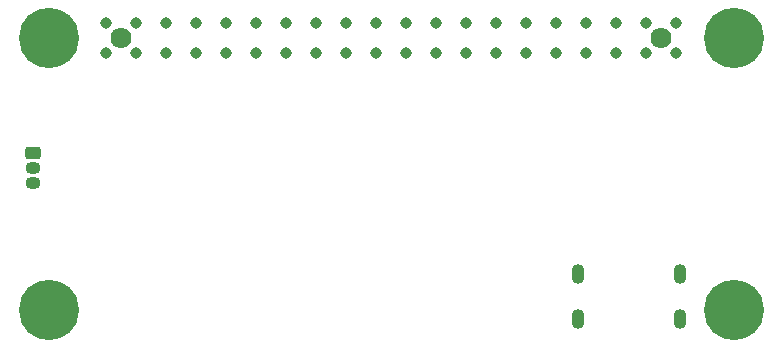
<source format=gbr>
%TF.GenerationSoftware,KiCad,Pcbnew,8.0.4*%
%TF.CreationDate,2024-08-29T10:26:42+02:00*%
%TF.ProjectId,soleil_powerpack,736f6c65-696c-45f7-906f-776572706163,rev?*%
%TF.SameCoordinates,Original*%
%TF.FileFunction,Soldermask,Bot*%
%TF.FilePolarity,Negative*%
%FSLAX46Y46*%
G04 Gerber Fmt 4.6, Leading zero omitted, Abs format (unit mm)*
G04 Created by KiCad (PCBNEW 8.0.4) date 2024-08-29 10:26:42*
%MOMM*%
%LPD*%
G01*
G04 APERTURE LIST*
G04 Aperture macros list*
%AMRoundRect*
0 Rectangle with rounded corners*
0 $1 Rounding radius*
0 $2 $3 $4 $5 $6 $7 $8 $9 X,Y pos of 4 corners*
0 Add a 4 corners polygon primitive as box body*
4,1,4,$2,$3,$4,$5,$6,$7,$8,$9,$2,$3,0*
0 Add four circle primitives for the rounded corners*
1,1,$1+$1,$2,$3*
1,1,$1+$1,$4,$5*
1,1,$1+$1,$6,$7*
1,1,$1+$1,$8,$9*
0 Add four rect primitives between the rounded corners*
20,1,$1+$1,$2,$3,$4,$5,0*
20,1,$1+$1,$4,$5,$6,$7,0*
20,1,$1+$1,$6,$7,$8,$9,0*
20,1,$1+$1,$8,$9,$2,$3,0*%
G04 Aperture macros list end*
%ADD10C,5.100000*%
%ADD11RoundRect,0.249900X-0.400100X0.275100X-0.400100X-0.275100X0.400100X-0.275100X0.400100X0.275100X0*%
%ADD12O,1.300000X1.050000*%
%ADD13C,0.970000*%
%ADD14C,1.780000*%
%ADD15O,1.100000X1.700000*%
G04 APERTURE END LIST*
D10*
%TO.C,H2*%
X121000000Y-53500000D03*
%TD*%
D11*
%TO.C,U5*%
X119700000Y-63230000D03*
D12*
X119700000Y-64500000D03*
X119700000Y-65770000D03*
%TD*%
D13*
%TO.C,J2*%
X125870000Y-52230000D03*
X125870000Y-54770000D03*
D14*
X127140000Y-53500000D03*
D13*
X128410000Y-52230000D03*
X128410000Y-54770000D03*
X130950000Y-52230000D03*
X130950000Y-54770000D03*
X133490000Y-52230000D03*
X133490000Y-54770000D03*
X136030000Y-52230000D03*
X136030000Y-54770000D03*
X138570000Y-52230000D03*
X138570000Y-54770000D03*
X141110000Y-52230000D03*
X141110000Y-54770000D03*
X143650000Y-52230000D03*
X143650000Y-54770000D03*
X146190000Y-52230000D03*
X146190000Y-54770000D03*
X148730000Y-52230000D03*
X148730000Y-54770000D03*
X151270000Y-52230000D03*
X151270000Y-54770000D03*
X153810000Y-52230000D03*
X153810000Y-54770000D03*
X156350000Y-52230000D03*
X156350000Y-54770000D03*
X158890000Y-52230000D03*
X158890000Y-54770000D03*
X161430000Y-52230000D03*
X161430000Y-54770000D03*
X163970000Y-52230000D03*
X163970000Y-54770000D03*
X166510000Y-52230000D03*
X166510000Y-54770000D03*
X169050000Y-52230000D03*
X169050000Y-54770000D03*
X171590000Y-52230000D03*
X171590000Y-54770000D03*
D14*
X172860000Y-53500000D03*
D13*
X174130000Y-52230000D03*
X174130000Y-54770000D03*
%TD*%
D10*
%TO.C,H4*%
X179000000Y-76500000D03*
%TD*%
D15*
%TO.C,J1*%
X165780000Y-73500000D03*
X165780000Y-77300000D03*
X174420000Y-73500000D03*
X174420000Y-77300000D03*
%TD*%
D10*
%TO.C,H3*%
X179000000Y-53500000D03*
%TD*%
%TO.C,H1*%
X121000000Y-76500000D03*
%TD*%
M02*

</source>
